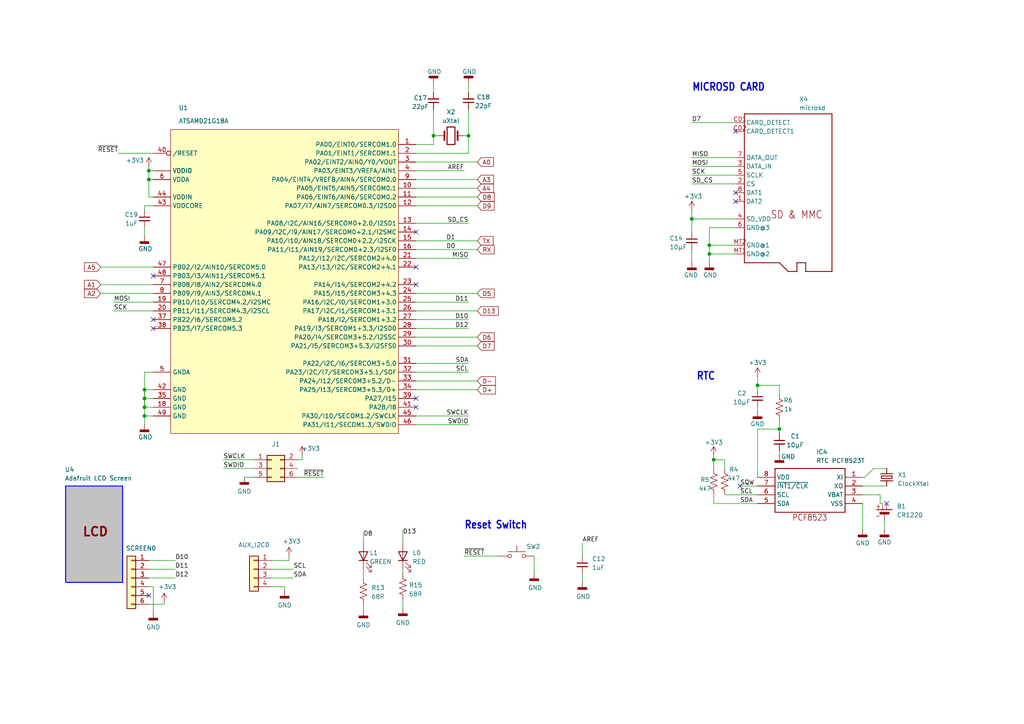
<source format=kicad_sch>
(kicad_sch (version 20250114) (generator "eeschema") (generator_version "9.0")
  (paper "A4")
  (lib_symbols
    (symbol "Connector_Generic:Conn_01x04" (pin_names (offset 1.016) (hide yes))
      (property "Reference" "J" (at 0 5.08 0))
      (property "Value" "Conn_01x04" (at 0 -7.62 0))
      (symbol "Conn_01x04_1_1"
        (rectangle (start -1.27 3.81) (end 1.27 -6.35) (stroke (width 0.254)) (fill (type background)))
        (rectangle (start -1.27 2.667) (end 0 2.413) (stroke (width 0.1524)))
        (rectangle (start -1.27 0.127) (end 0 -0.127) (stroke (width 0.1524)))
        (rectangle (start -1.27 -2.413) (end 0 -2.667) (stroke (width 0.1524)))
        (rectangle (start -1.27 -4.953) (end 0 -5.207) (stroke (width 0.1524)))
        (pin passive line (at -5.08 2.54 0) (length 3.81) (name "Pin_1") (number "1"))
        (pin passive line (at -5.08 0 0) (length 3.81) (name "Pin_2") (number "2"))
        (pin passive line (at -5.08 -2.54 0) (length 3.81) (name "Pin_3") (number "3"))
        (pin passive line (at -5.08 -5.08 0) (length 3.81) (name "Pin_4") (number "4"))
      )
    )
    (symbol "Connector_Generic:Conn_01x06" (pin_names (offset 1.016) (hide yes))
      (property "Reference" "J" (at 0 7.62 0))
      (property "Value" "Conn_01x06" (at 0 -10.16 0))
      (symbol "Conn_01x06_1_1"
        (rectangle (start -1.27 6.35) (end 1.27 -8.89) (stroke (width 0.254)) (fill (type background)))
        (rectangle (start -1.27 5.207) (end 0 4.953) (stroke (width 0.1524)))
        (rectangle (start -1.27 2.667) (end 0 2.413) (stroke (width 0.1524)))
        (rectangle (start -1.27 0.127) (end 0 -0.127) (stroke (width 0.1524)))
        (rectangle (start -1.27 -2.413) (end 0 -2.667) (stroke (width 0.1524)))
        (rectangle (start -1.27 -4.953) (end 0 -5.207) (stroke (width 0.1524)))
        (rectangle (start -1.27 -7.493) (end 0 -7.747) (stroke (width 0.1524)))
        (pin passive line (at -5.08 5.08 0) (length 3.81) (name "Pin_1") (number "1"))
        (pin passive line (at -5.08 2.54 0) (length 3.81) (name "Pin_2") (number "2"))
        (pin passive line (at -5.08 0 0) (length 3.81) (name "Pin_3") (number "3"))
        (pin passive line (at -5.08 -2.54 0) (length 3.81) (name "Pin_4") (number "4"))
        (pin passive line (at -5.08 -5.08 0) (length 3.81) (name "Pin_5") (number "5"))
        (pin passive line (at -5.08 -7.62 0) (length 3.81) (name "Pin_6") (number "6"))
      )
    )
    (symbol "Connector_Generic:Conn_02x03_Odd_Even" (pin_names (offset 1.016) (hide yes))
      (property "Reference" "J" (at 1.27 5.08 0))
      (property "Value" "Conn_02x03_Odd_Even" (at 1.27 -5.08 0))
      (symbol "Conn_02x03_Odd_Even_1_1"
        (rectangle (start -1.27 3.81) (end 3.81 -3.81) (stroke (width 0.254)) (fill (type background)))
        (rectangle (start -1.27 2.667) (end 0 2.413) (stroke (width 0.1524)))
        (rectangle (start -1.27 0.127) (end 0 -0.127) (stroke (width 0.1524)))
        (rectangle (start -1.27 -2.413) (end 0 -2.667) (stroke (width 0.1524)))
        (rectangle (start 3.81 2.667) (end 2.54 2.413) (stroke (width 0.1524)))
        (rectangle (start 3.81 0.127) (end 2.54 -0.127) (stroke (width 0.1524)))
        (rectangle (start 3.81 -2.413) (end 2.54 -2.667) (stroke (width 0.1524)))
        (pin passive line (at -5.08 2.54 0) (length 3.81) (name "Pin_1") (number "1"))
        (pin passive line (at -5.08 0 0) (length 3.81) (name "Pin_3") (number "3"))
        (pin passive line (at -5.08 -2.54 0) (length 3.81) (name "Pin_5") (number "5"))
        (pin passive line (at 7.62 2.54 180) (length 3.81) (name "Pin_2") (number "2"))
        (pin passive line (at 7.62 0 180) (length 3.81) (name "Pin_4") (number "4"))
        (pin passive line (at 7.62 -2.54 180) (length 3.81) (name "Pin_6") (number "6"))
      )
    )
    (symbol "Device:C_Small" (pin_numbers (hide yes)) (pin_names (offset 0.254) (hide yes))
      (property "Reference" "C" (at 0.254 1.778 0))
      (property "Value" "C_Small" (at 0.254 -2.032 0))
      (symbol "C_Small_0_1"
        (polyline (pts (xy -1.524 0.508) (xy 1.524 0.508)) (stroke (width 0.3048)))
        (polyline (pts (xy -1.524 -0.508) (xy 1.524 -0.508)) (stroke (width 0.3302)))
      )
      (symbol "C_Small_1_1"
        (pin passive line (at 0 2.54 270) (length 2.032) (name "~") (number "1"))
        (pin passive line (at 0 -2.54 90) (length 2.032) (name "~") (number "2"))
      )
    )
    (symbol "Device:Crystal" (pin_numbers (hide yes)) (pin_names (offset 1.016) (hide yes))
      (property "Reference" "Y" (at 0 3.81 0))
      (property "Value" "Crystal" (at 0 -3.81 0))
      (symbol "Crystal_0_1"
        (polyline (pts (xy -2.54 0) (xy -1.905 0)))
        (polyline (pts (xy -1.905 -1.27) (xy -1.905 1.27)) (stroke (width 0.508)))
        (rectangle (start -1.143 2.54) (end 1.143 -2.54) (stroke (width 0.3048)))
        (polyline (pts (xy 1.905 -1.27) (xy 1.905 1.27)) (stroke (width 0.508)))
        (polyline (pts (xy 2.54 0) (xy 1.905 0)))
      )
      (symbol "Crystal_1_1"
        (pin passive line (at -3.81 0 0) (length 1.27) (name "1") (number "1"))
        (pin passive line (at 3.81 0 180) (length 1.27) (name "2") (number "2"))
      )
    )
    (symbol "Device:LED" (pin_numbers (hide yes)) (pin_names (offset 1.016) (hide yes))
      (property "Reference" "D" (at 0 2.54 0))
      (property "Value" "LED" (at 0 -2.54 0))
      (symbol "LED_0_1"
        (polyline (pts (xy -3.048 -0.762) (xy -4.572 -2.286) (xy -3.81 -2.286) (xy -4.572 -2.286) (xy -4.572 -1.524)))
        (polyline (pts (xy -1.778 -0.762) (xy -3.302 -2.286) (xy -2.54 -2.286) (xy -3.302 -2.286) (xy -3.302 -1.524)))
        (polyline (pts (xy -1.27 0) (xy 1.27 0)))
        (polyline (pts (xy -1.27 -1.27) (xy -1.27 1.27)) (stroke (width 0.254)))
        (polyline (pts (xy 1.27 -1.27) (xy 1.27 1.27) (xy -1.27 0) (xy 1.27 -1.27)) (stroke (width 0.254)))
      )
      (symbol "LED_1_1"
        (pin passive line (at -3.81 0 0) (length 2.54) (name "K") (number "1"))
        (pin passive line (at 3.81 0 180) (length 2.54) (name "A") (number "2"))
      )
    )
    (symbol "Device:R_US" (pin_numbers (hide yes)) (pin_names (offset 0))
      (property "Reference" "R" (at 2.54 0 90))
      (property "Value" "R_US" (at -2.54 0 90))
      (symbol "R_US_0_1"
        (polyline (pts (xy 0 2.286) (xy 0 2.54)))
        (polyline (pts (xy 0 2.286) (xy 1.016 1.905) (xy 0 1.524) (xy -1.016 1.143) (xy 0 0.762)))
        (polyline (pts (xy 0 0.762) (xy 1.016 0.381) (xy 0 0) (xy -1.016 -0.381) (xy 0 -0.762)))
        (polyline (pts (xy 0 -0.762) (xy 1.016 -1.143) (xy 0 -1.524) (xy -1.016 -1.905) (xy 0 -2.286)))
        (polyline (pts (xy 0 -2.286) (xy 0 -2.54)))
      )
      (symbol "R_US_1_1"
        (pin passive line (at 0 3.81 270) (length 1.27) (name "~") (number "1"))
        (pin passive line (at 0 -3.81 90) (length 1.27) (name "~") (number "2"))
      )
    )
    (symbol "FED3 SymbLib:ATSAMD21J_QFN"
      (symbol "ATSAMD21J_QFN_1_0"
        (pin bidirectional inverted (at -25.4 33.02 0) (length 5.08) (name "/RESET") (number "40"))
        (pin power_in line (at -25.4 27.94 0) (length 5.08) (name "VDDIO") (number "17"))
        (pin power_in line (at -25.4 27.94 0) (length 5.08) (name "VDDIO") (number "36"))
        (pin power_in line (at -25.4 25.4 0) (length 5.08) (name "VDDA") (number "6"))
        (pin power_in line (at -25.4 20.32 0) (length 5.08) (name "VDDIN") (number "44"))
        (pin power_in line (at -25.4 17.78 0) (length 5.08) (name "VDDCORE") (number "43"))
        (pin bidirectional line (at -25.4 0 0) (length 5.08) (name "PB02/I2/AIN10/SERCOM5.0") (number "47"))
        (pin bidirectional line (at -25.4 -2.54 0) (length 5.08) (name "PB03/I3/AIN11/SERCOM5.1") (number "48"))
        (pin bidirectional line (at -25.4 -5.08 0) (length 5.08) (name "PB08/I8/AIN2/SERCOM4.0") (number "7"))
        (pin bidirectional line (at -25.4 -7.62 0) (length 5.08) (name "PB09/I9/AIN3/SERCOM4.1") (number "8"))
        (pin bidirectional line (at -25.4 -10.16 0) (length 5.08) (name "PB10/I10/SERCOM4.2/I2SMC") (number "19"))
        (pin bidirectional line (at -25.4 -12.7 0) (length 5.08) (name "PB11/I11/SERCOM4.3/I2SCL") (number "20"))
        (pin bidirectional line (at -25.4 -15.24 0) (length 5.08) (name "PB22/I6/SERCOM5.2") (number "37"))
        (pin bidirectional line (at -25.4 -17.78 0) (length 5.08) (name "PB23/I7/SERCOM5.3") (number "38"))
        (pin power_in line (at -25.4 -30.48 0) (length 5.08) (name "GNDA") (number "5"))
        (pin power_in line (at -25.4 -35.56 0) (length 5.08) (name "GND") (number "42"))
        (pin power_in line (at -25.4 -38.1 0) (length 5.08) (name "GND") (number "35"))
        (pin power_in line (at -25.4 -40.64 0) (length 5.08) (name "GND") (number "18"))
        (pin power_in line (at -25.4 -43.18 0) (length 5.08) (name "GND") (number "49"))
        (pin bidirectional line (at 50.8 35.56 180) (length 5.08) (name "PA00/EINT0/SERCOM1.0") (number "1"))
        (pin bidirectional line (at 50.8 33.02 180) (length 5.08) (name "PA01/EINT1/SERCOM1.1") (number "2"))
        (pin bidirectional line (at 50.8 30.48 180) (length 5.08) (name "PA02/EINT2/AIN0/Y0/VOUT") (number "3"))
        (pin bidirectional line (at 50.8 27.94 180) (length 5.08) (name "PA03/EINT3/VREFA/AIN1") (number "4"))
        (pin bidirectional line (at 50.8 25.4 180) (length 5.08) (name "PA04/EINT4/VREFB/AIN4/SERCOM0.0") (number "9"))
        (pin bidirectional line (at 50.8 22.86 180) (length 5.08) (name "PA05/EINT5/AIN5/SERCOM0.1") (number "10"))
        (pin bidirectional line (at 50.8 20.32 180) (length 5.08) (name "PA06/EINT6/AIN6/SERCOM0.2") (number "11"))
        (pin bidirectional line (at 50.8 17.78 180) (length 5.08) (name "PA07/I7/AIN7/SERCOM0.3/I2SD0") (number "12"))
        (pin bidirectional line (at 50.8 12.7 180) (length 5.08) (name "PA08/I2C/AIN16/SERCOM0+2.0/I2SD1") (number "13"))
        (pin bidirectional line (at 50.8 10.16 180) (length 5.08) (name "PA09/I2C/I9/AIN17/SERCOM0+2.1/I2SMC") (number "14"))
        (pin bidirectional line (at 50.8 7.62 180) (length 5.08) (name "PA10/I10/AIN18/SERCOM0+2.2/I2SCK") (number "15"))
        (pin bidirectional line (at 50.8 5.08 180) (length 5.08) (name "PA11/I11/AIN19/SERCOM0+2.3/I2SF0") (number "16"))
        (pin bidirectional line (at 50.8 2.54 180) (length 5.08) (name "PA12/I12/I2C/SERCOM2+4.0") (number "21"))
        (pin bidirectional line (at 50.8 0 180) (length 5.08) (name "PA13/I13/I2C/SERCOM2+4.1") (number "22"))
        (pin bidirectional line (at 50.8 -5.08 180) (length 5.08) (name "PA14/I14/SERCOM2+4.2") (number "23"))
        (pin bidirectional line (at 50.8 -7.62 180) (length 5.08) (name "PA15/I15/SERCOM3+4.3") (number "24"))
        (pin bidirectional line (at 50.8 -10.16 180) (length 5.08) (name "PA16/I2C/I0/SERCOM1+3.0") (number "25"))
        (pin bidirectional line (at 50.8 -12.7 180) (length 5.08) (name "PA17/I2C/I1/SERCOM1+3.1") (number "26"))
        (pin bidirectional line (at 50.8 -15.24 180) (length 5.08) (name "PA18/I2/SERCOM1+3.2") (number "27"))
        (pin bidirectional line (at 50.8 -17.78 180) (length 5.08) (name "PA19/I3/SERCOM1+3.3/I2SD0") (number "28"))
        (pin bidirectional line (at 50.8 -20.32 180) (length 5.08) (name "PA20/I4/SERCOM3+5.2/I2SSC") (number "29"))
        (pin bidirectional line (at 50.8 -22.86 180) (length 5.08) (name "PA21/I5/SERCOM3+5.3/I2SFS0") (number "30"))
        (pin bidirectional line (at 50.8 -27.94 180) (length 5.08) (name "PA22/I2C/I6/SERCOM3+5.0") (number "31"))
        (pin bidirectional line (at 50.8 -30.48 180) (length 5.08) (name "PA23/I2C/I7/SERCOM3+5.1/SOF") (number "32"))
        (pin bidirectional line (at 50.8 -33.02 180) (length 5.08) (name "PA24/I12/SERCOM3+5.2/D-") (number "33"))
        (pin bidirectional line (at 50.8 -35.56 180) (length 5.08) (name "PA25/I13/SERCOM3+5.3/D+") (number "34"))
        (pin bidirectional line (at 50.8 -38.1 180) (length 5.08) (name "PA27/I15") (number "39"))
        (pin bidirectional line (at 50.8 -40.64 180) (length 5.08) (name "PA28/I8") (number "41"))
        (pin bidirectional line (at 50.8 -43.18 180) (length 5.08) (name "PA30/I10/SECOM1.2/SWCLK") (number "45"))
        (pin bidirectional line (at 50.8 -45.72 180) (length 5.08) (name "PA31/I11/SECOM1.3/SWDIO") (number "46"))
      )
      (symbol "ATSAMD21J_QFN_1_1"
        (rectangle (start -20.32 39.878) (end 45.72 -48.26) (fill (type background)))
      )
    )
    (symbol "FED3 SymbLib:BATTERYCR1220_SMT"
      (property "Reference" "B" (at -2.54 3.175 0))
      (symbol "BATTERYCR1220_SMT_1_0"
        (polyline (pts (xy -0.508 1.27) (xy -0.254 1.27)) (stroke (width 0.254)))
        (polyline (pts (xy -0.508 -1.27) (xy -0.508 1.27)) (stroke (width 0.254)))
        (polyline (pts (xy -0.254 1.27) (xy -0.254 -1.27)) (stroke (width 0.254)))
        (polyline (pts (xy -0.254 1.27) (xy 0 1.27)) (stroke (width 0.254)))
        (polyline (pts (xy -0.254 -1.27) (xy -0.508 -1.27)) (stroke (width 0.254)))
        (polyline (pts (xy 0 1.27) (xy 0 -1.27)) (stroke (width 0.254)))
        (polyline (pts (xy 0 -1.27) (xy -0.254 -1.27)) (stroke (width 0.254)))
        (polyline (pts (xy 0.762 2.286) (xy 0.762 -2.286)) (stroke (width 0.254)))
        (text "-" (at -1.778 -1.143 900) (effects (font (size 1.27 1.0795)) (justify right top)))
        (text "+" (at 1.016 -1.016 900) (effects (font (size 1.27 1.0795)) (justify right top)))
        (pin passive line (at -2.54 0 0) (length 2.54) (name "-") (number "3"))
        (pin passive line (at 2.54 0.6096 180) (length 1.8288) (name "+") (number "1"))
        (pin passive line (at 2.54 -0.5334 180) (length 1.8288) (name "+") (number "2"))
      )
    )
    (symbol "FED3 SymbLib:CRYSTAL8.0X3.8"
      (property "Reference" "Y" (at -2.54 2.54 0))
      (symbol "CRYSTAL8.0X3.8_1_0"
        (polyline (pts (xy -2.54 0) (xy -1.016 0)) (stroke (width 0.254)))
        (polyline (pts (xy -1.016 1.778) (xy -1.016 0)) (stroke (width 0.254)))
        (polyline (pts (xy -1.016 0) (xy -1.016 -1.778)) (stroke (width 0.254)))
        (polyline (pts (xy -0.381 1.524) (xy -0.381 -1.524)) (stroke (width 0.254)))
        (polyline (pts (xy -0.381 -1.524) (xy 0.381 -1.524)) (stroke (width 0.254)))
        (polyline (pts (xy 0.381 1.524) (xy -0.381 1.524)) (stroke (width 0.254)))
        (polyline (pts (xy 0.381 -1.524) (xy 0.381 1.524)) (stroke (width 0.254)))
        (polyline (pts (xy 1.016 1.778) (xy 1.016 0)) (stroke (width 0.254)))
        (polyline (pts (xy 1.016 0) (xy 1.016 -1.778)) (stroke (width 0.254)))
        (polyline (pts (xy 2.54 0) (xy 1.016 0)) (stroke (width 0.254)))
        (pin passive line (at -3.81 -2.54 0) (length 2.54) (hide yes) (name "2") (number "2"))
        (pin passive line (at -2.54 0 0) (length 0) (name "1") (number "1"))
        (pin passive line (at 2.54 0 180) (length 0) (name "4") (number "4"))
        (pin passive line (at 2.54 -2.54 180) (length 2.54) (hide yes) (name "3") (number "3"))
      )
    )
    (symbol "FED3 SymbLib:LCD_SCREEN" (pin_numbers (hide yes))
      (property "Reference" "U" (at -8.128 15.24 0))
      (property "Value" "Adafruit LCD Screen" (at 1.016 -15.24 0))
      (symbol "LCD_SCREEN_1_1"
        (rectangle (start -8.89 13.97) (end 7.62 -13.97) (stroke (width 0.3048) (color 0 0 255 1)) (fill (type color) (color 194 194 194 1)))
        (text "LCD" (at -0.254 0.762 0) (effects (font (size 2.54 2.54) (thickness 0.508) (bold yes))))
      )
    )
    (symbol "FED3 SymbLib:MICROSD"
      (property "Reference" "X" (at -12.7 22.606 0))
      (symbol "MICROSD_1_0"
        (polyline (pts (xy -12.7 20.32) (xy -12.7 -22.86)) (stroke (width 0.254)))
        (polyline (pts (xy -12.7 -22.86) (xy -2.54 -22.86)) (stroke (width 0.254)))
        (polyline (pts (xy -2.54 -22.86) (xy 0 -25.4)) (stroke (width 0.254)))
        (polyline (pts (xy 0 -25.4) (xy 2.54 -25.4)) (stroke (width 0.254)))
        (polyline (pts (xy 2.54 -22.86) (xy 5.08 -22.86)) (stroke (width 0.254)))
        (polyline (pts (xy 2.54 -25.4) (xy 2.54 -22.86)) (stroke (width 0.254)))
        (polyline (pts (xy 5.08 -22.86) (xy 5.08 -25.4)) (stroke (width 0.254)))
        (polyline (pts (xy 5.08 -25.4) (xy 12.7 -25.4)) (stroke (width 0.254)))
        (polyline (pts (xy 12.7 20.32) (xy -12.7 20.32)) (stroke (width 0.254)))
        (polyline (pts (xy 12.7 -25.4) (xy 12.7 20.32)) (stroke (width 0.254)))
        (text "SD & MMC" (at -5.08 -10.16 0) (effects (font (size 2.1844 1.8567)) (justify left bottom)))
        (pin passive line (at -15.24 17.78 0) (length 2.54) (name "CARD_DETECT") (number "CD1"))
        (pin passive line (at -15.24 15.24 0) (length 2.54) (name "CARD_DETECT1") (number "CD2"))
        (pin output line (at -15.24 7.62 0) (length 2.54) (name "DATA_OUT") (number "7"))
        (pin input line (at -15.24 5.08 0) (length 2.54) (name "DATA_IN") (number "3"))
        (pin input line (at -15.24 2.54 0) (length 2.54) (name "SCLK") (number "5"))
        (pin input line (at -15.24 0 0) (length 2.54) (name "CS") (number "2"))
        (pin bidirectional line (at -15.24 -2.54 0) (length 2.54) (name "DAT1") (number "8"))
        (pin bidirectional line (at -15.24 -5.08 0) (length 2.54) (name "DAT2") (number "1"))
        (pin power_in line (at -15.24 -10.16 0) (length 2.54) (name "SD_VDD") (number "4"))
        (pin power_in line (at -15.24 -12.7 0) (length 2.54) (name "GND@3") (number "6"))
        (pin power_in line (at -15.24 -17.78 0) (length 2.54) (name "GND@1") (number "MT2"))
        (pin power_in line (at -15.24 -20.32 0) (length 2.54) (name "GND@2") (number "MT1"))
      )
    )
    (symbol "FED3 SymbLib:RTC_PCF8523/TK"
      (property "Reference" "IC" (at 10.16 7.62 0))
      (symbol "RTC_PCF8523/TK_1_0"
        (polyline (pts (xy -10.16 5.08) (xy 10.16 5.08)) (stroke (width 0.254)))
        (polyline (pts (xy -10.16 -7.62) (xy -10.16 5.08)) (stroke (width 0.254)))
        (polyline (pts (xy 10.16 5.08) (xy 10.16 -7.62)) (stroke (width 0.254)))
        (polyline (pts (xy 10.16 -7.62) (xy -10.16 -7.62)) (stroke (width 0.254)))
        (text "PCF8523" (at -5.08 -10.16 0) (effects (font (size 1.778 1.5113)) (justify left bottom)))
        (pin input line (at -15.24 2.54 0) (length 5.08) (name "XI") (number "1"))
        (pin output line (at -15.24 0 0) (length 5.08) (name "XO") (number "2"))
        (pin power_in line (at -15.24 -2.54 0) (length 5.08) (name "VBAT") (number "3"))
        (pin power_in line (at -15.24 -5.08 0) (length 5.08) (name "VSS") (number "4"))
        (pin power_in line (at 15.24 2.54 180) (length 5.08) (name "VDD") (number "8"))
        (pin output line (at 15.24 0 180) (length 5.08) (name "~{INT1/CLK}") (number "7"))
        (pin bidirectional line (at 15.24 -2.54 180) (length 5.08) (name "SCL") (number "6"))
        (pin bidirectional line (at 15.24 -5.08 180) (length 5.08) (name "SDA") (number "5"))
      )
    )
    (symbol "Switch:SW_Push" (pin_numbers (hide yes)) (pin_names (offset 1.016) (hide yes))
      (property "Reference" "SW" (at 1.27 2.54 0))
      (property "Value" "SW_Push" (at 0 -1.524 0))
      (symbol "SW_Push_0_1"
        (circle (center -2.032 0) (radius 0.508))
        (polyline (pts (xy 0 1.27) (xy 0 3.048)))
        (circle (center 2.032 0) (radius 0.508))
        (polyline (pts (xy 2.54 1.27) (xy -2.54 1.27)))
        (pin passive line (at -5.08 0 0) (length 2.54) (name "1") (number "1"))
        (pin passive line (at 5.08 0 180) (length 2.54) (name "2") (number "2"))
      )
    )
    (symbol "power:+3V3" (power) (pin_numbers (hide yes)) (pin_names (offset 0) (hide yes))
      (property "Value" "+3V3" (at 0 3.556 0))
      (symbol "+3V3_0_1"
        (polyline (pts (xy -0.762 1.27) (xy 0 2.54)))
        (polyline (pts (xy 0 2.54) (xy 0.762 1.27)))
        (polyline (pts (xy 0 0) (xy 0 2.54)))
      )
      (symbol "+3V3_1_1"
        (pin power_in line (at 0 0 90) (length 0) (name "~") (number "1"))
      )
    )
    (symbol "power:GNDD" (power) (pin_numbers (hide yes)) (pin_names (offset 0) (hide yes))
      (property "Value" "GNDD" (at 0 -3.175 0))
      (symbol "GNDD_0_1"
        (rectangle (start -1.27 -1.524) (end 1.27 -2.032) (stroke (width 0.254)) (fill (type outline)))
        (polyline (pts (xy 0 0) (xy 0 -1.524)))
      )
      (symbol "GNDD_1_1"
        (pin power_in line (at 0 0 270) (length 0) (name "~") (number "1"))
      )
    )
  )
  (text "MICROSD CARD" (at 200.66 26.67 0) (effects (font (size 2.1844 1.8567) (thickness 0.3713) (bold yes)) (justify left bottom)))
  (text "Reset Switch" (at 134.62 153.67 0) (effects (font (size 2.1844 1.8567) (thickness 0.3713) (bold yes)) (justify left bottom)))
  (text "RTC" (at 201.93 110.49 0) (effects (font (size 2.1844 1.8567) (thickness 0.3713) (bold yes)) (justify left bottom)))
  (junction (at 205.74 73.66))
  (junction (at 135.89 39.37))
  (junction (at 200.66 63.5))
  (junction (at 219.71 111.76))
  (junction (at 41.91 118.11))
  (junction (at 43.18 49.53))
  (junction (at 43.18 52.07))
  (junction (at 226.06 124.46))
  (junction (at 207.01 133.35))
  (junction (at 41.91 113.03))
  (junction (at 41.91 120.65))
  (junction (at 125.73 39.37))
  (junction (at 205.74 71.12))
  (junction (at 41.91 115.57))
  (no_connect (at 120.65 118.11))
  (no_connect (at 120.65 115.57))
  (no_connect (at 213.36 55.88))
  (no_connect (at 43.18 172.72))
  (no_connect (at 44.45 95.25))
  (no_connect (at 257.1496 146.05))
  (no_connect (at 120.65 77.47))
  (no_connect (at 213.36 38.1))
  (no_connect (at 44.45 92.71))
  (no_connect (at 214.63 140.97))
  (no_connect (at 120.65 82.55))
  (no_connect (at 213.36 58.42))
  (no_connect (at 44.45 80.01))
  (no_connect (at 120.65 67.31))
  (wire (pts (xy 207.01 132.08) (xy 207.01 133.35)) (stroke (width 0.1524)))
  (wire (pts (xy 255.27 143.51) (xy 255.27 146.05)) (stroke (width 0.1524)))
  (wire (pts (xy 256.54 151.13) (xy 256.54 153.67)) (stroke (width 0.1524)))
  (wire (pts (xy 120.65 110.49) (xy 138.43 110.49)) (stroke (width 0.1524)))
  (wire (pts (xy 200.66 60.96) (xy 200.66 63.5)) (stroke (width 0.1524)))
  (wire (pts (xy 120.65 107.95) (xy 135.89 107.95)) (stroke (width 0.1524)))
  (wire (pts (xy 105.41 175.26) (xy 105.41 177.165)) (stroke (width 0.1524)))
  (wire (pts (xy 226.06 124.46) (xy 226.06 125.73)))
  (wire (pts (xy 41.91 66.04) (xy 41.91 68.58)))
  (wire (pts (xy 41.91 115.57) (xy 41.91 118.11)) (stroke (width 0.1524)))
  (wire (pts (xy 207.01 133.35) (xy 210.185 133.35)) (stroke (width 0.1524)))
  (wire (pts (xy 138.43 113.03) (xy 120.65 113.03)) (stroke (width 0.1524)))
  (wire (pts (xy 120.65 57.15) (xy 138.43 57.15)) (stroke (width 0.1524)))
  (wire (pts (xy 134.62 161.29) (xy 144.78 161.29)) (stroke (width 0.1524)))
  (wire (pts (xy 41.91 113.03) (xy 41.91 115.57)) (stroke (width 0.1524)))
  (wire (pts (xy 120.65 41.91) (xy 125.73 41.91)) (stroke (width 0.1524)))
  (wire (pts (xy 120.65 100.33) (xy 138.43 100.33)) (stroke (width 0.1524)))
  (wire (pts (xy 41.91 60.96) (xy 41.91 59.69)) (stroke (width 0.1524)))
  (wire (pts (xy 219.71 118.11) (xy 219.71 119.38)))
  (wire (pts (xy 78.74 167.64) (xy 85.09 167.64)) (stroke (width 0.1524)))
  (wire (pts (xy 207.01 143.51) (xy 207.01 146.05)) (stroke (width 0.1524)))
  (wire (pts (xy 200.66 48.26) (xy 213.36 48.26)) (stroke (width 0.1524)))
  (wire (pts (xy 219.71 111.76) (xy 219.71 113.03)))
  (wire (pts (xy 93.98 138.43) (xy 86.36 138.43)))
  (wire (pts (xy 41.91 118.11) (xy 41.91 120.65)))
  (wire (pts (xy 105.41 154.305) (xy 105.41 157.48)) (stroke (width 0.1524)))
  (wire (pts (xy 41.91 118.11) (xy 44.45 118.11)) (stroke (width 0.1524)))
  (wire (pts (xy 200.66 76.2) (xy 200.66 72.39)) (stroke (width 0.1524)))
  (wire (pts (xy 43.18 48.26) (xy 43.18 49.53)))
  (wire (pts (xy 210.185 133.35) (xy 210.185 135.89)) (stroke (width 0.1524)))
  (wire (pts (xy 116.84 153.67) (xy 116.84 157.48)) (stroke (width 0.1524)))
  (wire (pts (xy 120.65 52.07) (xy 138.43 52.07)) (stroke (width 0.1524)))
  (wire (pts (xy 43.18 165.1) (xy 50.8 165.1)) (stroke (width 0.1524)))
  (wire (pts (xy 200.66 63.5) (xy 213.36 63.5)) (stroke (width 0.1524)))
  (wire (pts (xy 200.66 45.72) (xy 213.36 45.72)) (stroke (width 0.1524)))
  (wire (pts (xy 210.185 143.51) (xy 219.71 143.51)) (stroke (width 0.1524)))
  (wire (pts (xy 120.65 90.17) (xy 138.43 90.17)) (stroke (width 0.1524)))
  (wire (pts (xy 219.71 138.43) (xy 219.71 124.46)) (stroke (width 0.1524)))
  (wire (pts (xy 125.73 24.13) (xy 125.73 26.67)))
  (wire (pts (xy 120.65 69.85) (xy 138.43 69.85)) (stroke (width 0.1524)))
  (wire (pts (xy 135.89 24.13) (xy 135.89 26.67)))
  (wire (pts (xy 41.91 115.57) (xy 44.45 115.57)))
  (wire (pts (xy 120.65 87.63) (xy 135.89 87.63)) (stroke (width 0.1524)))
  (wire (pts (xy 213.36 73.66) (xy 205.74 73.66)) (stroke (width 0.1524)))
  (wire (pts (xy 44.45 52.07) (xy 43.18 52.07)) (stroke (width 0.1524)))
  (wire (pts (xy 73.66 135.89) (xy 64.77 135.89)))
  (wire (pts (xy 44.45 77.47) (xy 29.21 77.47)) (stroke (width 0.1524)))
  (wire (pts (xy 43.18 52.07) (xy 43.18 49.53)) (stroke (width 0.1524)))
  (wire (pts (xy 255.27 143.51) (xy 250.19 143.51)) (stroke (width 0.1524)))
  (wire (pts (xy 43.18 162.56) (xy 50.8 162.56)) (stroke (width 0.1524)))
  (wire (pts (xy 44.45 170.18) (xy 44.45 177.8)))
  (wire (pts (xy 41.91 120.65) (xy 44.45 120.65)))
  (wire (pts (xy 33.02 90.17) (xy 44.45 90.17)) (stroke (width 0.1524)))
  (wire (pts (xy 78.74 165.1) (xy 85.09 165.1)) (stroke (width 0.1524)))
  (wire (pts (xy 44.45 87.63) (xy 33.02 87.63)) (stroke (width 0.1524)))
  (wire (pts (xy 226.06 121.92) (xy 226.06 123.19)))
  (wire (pts (xy 41.91 59.69) (xy 44.45 59.69)) (stroke (width 0.1524)))
  (wire (pts (xy 138.43 85.09) (xy 120.65 85.09)) (stroke (width 0.1524)))
  (wire (pts (xy 207.01 133.35) (xy 207.01 135.89)) (stroke (width 0.1524)))
  (wire (pts (xy 226.06 124.46) (xy 226.06 123.19)) (stroke (width 0.1524)))
  (wire (pts (xy 207.01 146.05) (xy 219.71 146.05)) (stroke (width 0.1524)))
  (wire (pts (xy 125.73 39.37) (xy 125.73 41.91)) (stroke (width 0.1524)))
  (wire (pts (xy 205.74 71.12) (xy 205.74 73.66)) (stroke (width 0.1524)))
  (wire (pts (xy 219.71 140.97) (xy 214.63 140.97)) (stroke (width 0.1524)))
  (wire (pts (xy 87.63 132.08) (xy 87.63 133.35)))
  (wire (pts (xy 257.175 140.97) (xy 250.19 140.97)) (stroke (width 0.1524)))
  (wire (pts (xy 41.91 123.19) (xy 41.91 120.65)))
  (wire (pts (xy 47.625 175.26) (xy 47.625 174.625)) (stroke (width 0.1524)))
  (wire (pts (xy 105.41 165.1) (xy 105.41 167.64)) (stroke (width 0.1524)))
  (wire (pts (xy 219.71 124.46) (xy 226.06 124.46)) (stroke (width 0.1524)))
  (wire (pts (xy 120.65 105.41) (xy 135.89 105.41)) (stroke (width 0.1524)))
  (wire (pts (xy 200.66 50.8) (xy 213.36 50.8)) (stroke (width 0.1524)))
  (wire (pts (xy 213.36 71.12) (xy 205.74 71.12)) (stroke (width 0.1524)))
  (wire (pts (xy 87.63 133.35) (xy 86.36 133.35)))
  (wire (pts (xy 47.625 175.26) (xy 43.18 175.26)) (stroke (width 0.1524)))
  (wire (pts (xy 205.74 73.66) (xy 205.74 76.2)) (stroke (width 0.1524)))
  (wire (pts (xy 120.65 120.65) (xy 135.89 120.65)) (stroke (width 0.1524)))
  (wire (pts (xy 44.45 82.55) (xy 29.21 82.55)) (stroke (width 0.1524)))
  (wire (pts (xy 135.89 64.77) (xy 120.65 64.77)) (stroke (width 0.1524)))
  (wire (pts (xy 200.66 53.34) (xy 213.36 53.34)) (stroke (width 0.1524)))
  (wire (pts (xy 116.84 173.99) (xy 116.84 176.53)) (stroke (width 0.1524)))
  (wire (pts (xy 226.06 111.76) (xy 226.06 114.3)) (stroke (width 0.1524)))
  (wire (pts (xy 120.65 46.99) (xy 138.43 46.99)) (stroke (width 0.1524)))
  (wire (pts (xy 135.89 39.37) (xy 135.89 44.45)) (stroke (width 0.1524)))
  (wire (pts (xy 120.65 95.25) (xy 135.89 95.25)) (stroke (width 0.1524)))
  (wire (pts (xy 78.74 170.18) (xy 82.55 170.18)) (stroke (width 0.1524)))
  (wire (pts (xy 73.66 133.35) (xy 64.77 133.35)))
  (wire (pts (xy 70.866 138.43) (xy 73.66 138.43)))
  (wire (pts (xy 213.36 66.04) (xy 205.74 66.04)) (stroke (width 0.1524)))
  (wire (pts (xy 43.18 57.15) (xy 43.18 52.07)) (stroke (width 0.1524)))
  (wire (pts (xy 125.73 31.75) (xy 125.73 34.29)))
  (wire (pts (xy 44.45 49.53) (xy 43.18 49.53)) (stroke (width 0.1524)))
  (wire (pts (xy 120.65 44.45) (xy 135.89 44.45)) (stroke (width 0.1524)))
  (wire (pts (xy 41.91 113.03) (xy 41.91 115.57)))
  (wire (pts (xy 168.91 157.48) (xy 168.91 161.29)))
  (wire (pts (xy 135.89 34.29) (xy 135.89 39.37)) (stroke (width 0.1524)))
  (wire (pts (xy 120.65 97.79) (xy 138.43 97.79)) (stroke (width 0.1524)))
  (wire (pts (xy 41.91 113.03) (xy 44.45 113.03)) (stroke (width 0.1524)))
  (wire (pts (xy 83.82 161.29) (xy 83.82 162.56)))
  (wire (pts (xy 250.19 153.67) (xy 250.19 146.05)) (stroke (width 0.1524)))
  (wire (pts (xy 125.73 39.37) (xy 127 39.37)))
  (wire (pts (xy 226.06 111.76) (xy 219.71 111.76)) (stroke (width 0.1524)))
  (wire (pts (xy 205.74 66.04) (xy 205.74 71.12)) (stroke (width 0.1524)))
  (wire (pts (xy 200.66 63.5) (xy 200.66 64.77)) (stroke (width 0.1524)))
  (wire (pts (xy 83.82 162.56) (xy 78.74 162.56)))
  (wire (pts (xy 34.29 44.45) (xy 44.45 44.45)) (stroke (width 0.1524)))
  (wire (pts (xy 41.91 107.95) (xy 44.45 107.95)))
  (wire (pts (xy 120.65 59.69) (xy 138.43 59.69)) (stroke (width 0.1524)))
  (wire (pts (xy 255.27 146.05) (xy 256.0066 146.05)) (stroke (width 0.1524)))
  (wire (pts (xy 200.66 35.56) (xy 213.36 35.56)) (stroke (width 0.1524)))
  (wire (pts (xy 29.21 85.09) (xy 44.45 85.09)) (stroke (width 0.1524)))
  (wire (pts (xy 43.18 167.64) (xy 50.8 167.64)) (stroke (width 0.1524)))
  (wire (pts (xy 226.06 130.81) (xy 226.06 132.08)))
  (wire (pts (xy 219.71 109.22) (xy 219.71 111.76)) (stroke (width 0.1524)))
  (wire (pts (xy 135.89 31.75) (xy 135.89 34.29)))
  (wire (pts (xy 135.89 123.19) (xy 120.65 123.19)) (stroke (width 0.1524)))
  (wire (pts (xy 120.65 92.71) (xy 135.89 92.71)) (stroke (width 0.1524)))
  (wire (pts (xy 154.94 161.29) (xy 154.94 166.37)) (stroke (width 0.1524)))
  (wire (pts (xy 82.55 170.18) (xy 82.55 171.45)) (stroke (width 0.1524)))
  (wire (pts (xy 120.65 72.39) (xy 138.43 72.39)) (stroke (width 0.1524)))
  (wire (pts (xy 168.91 166.37) (xy 168.91 168.91)) (stroke (width 0.1524)))
  (wire (pts (xy 43.18 170.18) (xy 44.45 170.18)) (stroke (width 0.1524)))
  (wire (pts (xy 41.91 107.95) (xy 41.91 113.03)))
  (wire (pts (xy 125.73 34.29) (xy 125.73 39.37)) (stroke (width 0.1524)))
  (wire (pts (xy 200.66 64.77) (xy 200.66 67.31)))
  (wire (pts (xy 44.45 57.15) (xy 43.18 57.15)) (stroke (width 0.1524)))
  (wire (pts (xy 138.43 54.61) (xy 120.65 54.61)) (stroke (width 0.1524)))
  (wire (pts (xy 116.84 165.1) (xy 116.84 166.37)) (stroke (width 0.1524)))
  (wire (pts (xy 253.365 135.89) (xy 250.825 138.43)) (stroke (width 0.1524)))
  (wire (pts (xy 120.65 74.93) (xy 135.89 74.93)) (stroke (width 0.1524)))
  (wire (pts (xy 41.91 115.57) (xy 41.91 118.11)))
  (wire (pts (xy 257.175 135.89) (xy 253.365 135.89)) (stroke (width 0.1524)))
  (wire (pts (xy 134.62 39.37) (xy 135.89 39.37)))
  (wire (pts (xy 250.825 138.43) (xy 250.19 138.43)) (stroke (width 0.1524)))
  (wire (pts (xy 120.65 49.53) (xy 134.62 49.53)) (stroke (width 0.1524)))
  (label "D10" (at 135.89 92.71 180))
  (label "SWCLK" (at 64.77 133.35 0))
  (label "MISO" (at 135.89 74.93 180))
  (label "SDA" (at 85.09 167.64 0))
  (label "SCL" (at 85.09 165.1 0))
  (label "SCL" (at 214.63 143.51 0))
  (label "D10" (at 50.8 162.56 0))
  (label "SWDIO" (at 64.77 135.89 0))
  (label "MISO" (at 200.66 45.72 0))
  (label "SWDIO" (at 135.89 123.19 180))
  (label "AREF" (at 134.62 49.53 180))
  (label "~{RESET}" (at 34.29 44.45 180))
  (label "SCL" (at 135.89 107.95 180))
  (label "MOSI" (at 200.66 48.26 0))
  (label "SCK" (at 200.66 50.8 0))
  (label "D1" (at 132.08 69.85 180))
  (label "SD_CS" (at 135.89 64.77 180))
  (label "~{RESET}" (at 93.98 138.43 180))
  (label "D12" (at 135.89 95.25 180))
  (label "SDA" (at 135.89 105.41 180))
  (label "~{RESET}" (at 134.62 161.29 0))
  (label "D0" (at 132.08 72.39 180))
  (label "MOSI" (at 33.02 87.63 0))
  (label "D11" (at 50.8 165.1 0))
  (label "D8" (at 105.41 154.305 0))
  (label "SDA" (at 214.63 146.05 0))
  (label "SCK" (at 33.02 90.17 0))
  (label "SD_CS" (at 200.66 53.34 0))
  (label "AREF" (at 168.91 157.48 0))
  (label "SWCLK" (at 135.89 120.65 180))
  (label "D12" (at 50.8 167.64 0))
  (label "D7" (at 200.66 35.56 0))
  (label "D11" (at 135.89 87.63 180))
  (label "D13" (at 116.84 153.67 0))
  (label "SQW" (at 214.63 140.97 0))
  (global_label "A5" (shape input) (at 29.21 77.47 180) (property "Intersheetrefs" "${INTERSHEET_REFS}" (effects (hide yes))))
  (global_label "RX" (shape input) (at 138.43 72.39 0) (property "Intersheetrefs" "${INTERSHEET_REFS}" (effects (hide yes))))
  (global_label "A0" (shape input) (at 138.43 46.99 0) (property "Intersheetrefs" "${INTERSHEET_REFS}" (effects (hide yes))))
  (global_label "D-" (shape input) (at 138.43 110.49 0) (property "Intersheetrefs" "${INTERSHEET_REFS}" (effects (hide yes))))
  (global_label "D9" (shape input) (at 138.43 59.69 0) (property "Intersheetrefs" "${INTERSHEET_REFS}" (effects (hide yes))))
  (global_label "A1" (shape input) (at 29.21 82.55 180) (property "Intersheetrefs" "${INTERSHEET_REFS}" (effects (hide yes))))
  (global_label "A2" (shape input) (at 29.21 85.09 180) (property "Intersheetrefs" "${INTERSHEET_REFS}" (effects (hide yes))))
  (global_label "D8" (shape input) (at 138.43 57.15 0) (property "Intersheetrefs" "${INTERSHEET_REFS}" (effects (hide yes))))
  (global_label "D13" (shape input) (at 138.43 90.17 0) (property "Intersheetrefs" "${INTERSHEET_REFS}" (effects (hide yes))))
  (global_label "TX" (shape input) (at 138.43 69.85 0) (property "Intersheetrefs" "${INTERSHEET_REFS}" (effects (hide yes))))
  (global_label "A4" (shape input) (at 138.43 54.61 0) (property "Intersheetrefs" "${INTERSHEET_REFS}" (effects (hide yes))))
  (global_label "D7" (shape input) (at 138.43 100.33 0) (property "Intersheetrefs" "${INTERSHEET_REFS}" (effects (hide yes))))
  (global_label "D6" (shape input) (at 138.43 97.79 0) (property "Intersheetrefs" "${INTERSHEET_REFS}" (effects (hide yes))))
  (global_label "A3" (shape input) (at 138.43 52.07 0) (property "Intersheetrefs" "${INTERSHEET_REFS}" (effects (hide yes))))
  (global_label "D5" (shape input) (at 138.43 85.09 0) (property "Intersheetrefs" "${INTERSHEET_REFS}" (effects (hide yes))))
  (global_label "D+" (shape input) (at 138.43 113.03 0) (property "Intersheetrefs" "${INTERSHEET_REFS}" (effects (hide yes))))
  (symbol (lib_id "Device:Crystal") (at 130.81 39.37 0) (mirror x) (unit 1)
    (property "Reference" "X2" (at 130.81 31.75 0) (effects (justify bottom)))
    (property "Value" "uXtal" (at 130.81 34.29 0) (effects (justify bottom)))
    (property "Footprint" "Crystal:Crystal_SMD_MicroCrystal_CC8V-T1A-2Pin_2.0x1.2mm" (effects (hide yes)))
    (property "Description" "Two pin crystal" (effects (hide yes)))
    (property "OEPSPN" "OEPS100051" (effects (hide yes)))
    (property "MPN" "9HT11-32.768KBZF-T" (effects (hide yes)))
  )
  (symbol (lib_id "Device:C_Small") (at 135.89 29.21 180) (unit 1)
    (property "Reference" "C18" (at 140.208 27.432 0) (effects (justify bottom)))
    (property "Value" "22pF" (at 140.208 29.972 0) (effects (justify bottom)))
    (property "Footprint" "Capacitor_SMD:C_0402_1005Metric" (effects (hide yes)))
    (property "OEPSPN" "OEPS010080" (effects (hide yes)))
    (property "MPN" "CL05C220JB51PNC" (effects (hide yes)))
  )
  (symbol (lib_id "power:GNDD") (at 205.74 76.2 0) (mirror y) (unit 1)
    (property "Reference" "#PWR040" (effects (hide yes)))
    (property "Value" "GND" (at 205.994 80.518 0) (effects (justify bottom)))
    (property "Description" "Power symbol creates a global label with name \"GNDD\" , digital ground" (effects (hide yes)))
  )
  (symbol (lib_id "Device:C_Small") (at 200.66 69.85 0) (unit 1)
    (property "Reference" "C14" (at 194.183 69.85 0) (effects (justify left bottom)))
    (property "Value" "10µF" (at 194.183 72.39 0) (effects (justify left bottom)))
    (property "Footprint" "Capacitor_SMD:C_0402_1005Metric" (effects (hide yes)))
    (property "Description" "Unpolarized capacitor, small symbol" (effects (hide yes)))
    (property "OEPSPN" "OEPS010038" (effects (hide yes)))
    (property "MPN" "CL05A106MP5NUNC" (effects (hide yes)))
  )
  (symbol (lib_id "Device:LED") (at 105.41 161.29 90) (unit 1)
    (property "Reference" "L1" (at 107.188 159.639 90) (effects (justify right bottom)))
    (property "Value" "GREEN" (at 107.188 162.179 90) (effects (justify right bottom)))
    (property "Footprint" "LED_SMD:LED_0603_1608Metric" (effects (hide yes)))
    (property "Description" "LED 0603 Green 570nm 20mA" (effects (hide yes)))
    (property "OEPSPN" "OEPS030005" (effects (hide yes)))
    (property "MPN" "150060VS75000" (effects (hide yes)))
  )
  (symbol (lib_id "power:GNDD") (at 256.54 153.67 0) (unit 1)
    (property "Reference" "#PWR058" (effects (hide yes)))
    (property "Value" "GND" (at 256.54 157.988 0) (effects (justify bottom)))
    (property "Description" "Power symbol creates a global label with name \"GNDD\" , digital ground" (effects (hide yes)))
  )
  (symbol (lib_id "power:+3V3") (at 200.66 60.96 0) (unit 1)
    (property "Reference" "#+3V03" (effects (hide yes)))
    (property "Value" "+3V3" (at 201.041 57.658 0) (effects (justify bottom)))
  )
  (symbol (lib_id "power:GNDD") (at 41.91 68.58 0) (unit 1)
    (property "Reference" "#PWR016" (effects (hide yes)))
    (property "Value" "GND" (at 42.164 72.898 0) (effects (justify bottom)))
    (property "Description" "Power symbol creates a global label with name \"GNDD\" , digital ground" (effects (hide yes)))
  )
  (symbol (lib_id "power:GNDD") (at 125.73 24.13 180) (unit 1)
    (property "Reference" "#PWR041" (effects (hide yes)))
    (property "Value" "GND" (at 125.984 20.066 0) (effects (justify bottom)))
    (property "Description" "Power symbol creates a global label with name \"GNDD\" , digital ground" (effects (hide yes)))
  )
  (symbol (lib_id "power:GNDD") (at 168.91 168.91 0) (mirror y) (unit 1)
    (property "Reference" "#PWR047" (effects (hide yes)))
    (property "Value" "GND" (at 169.164 173.736 0) (effects (justify bottom)))
    (property "Description" "Power symbol creates a global label with name \"GNDD\" , digital ground" (effects (hide yes)))
  )
  (symbol (lib_id "power:+3V3") (at 47.625 174.625 0) (unit 1)
    (property "Reference" "#+3V08" (effects (hide yes)))
    (property "Value" "+3V3" (at 48.514 170.942 0) (effects (justify bottom)))
  )
  (symbol (lib_id "FED3 SymbLib:CRYSTAL8.0X3.8") (at 257.175 138.43 90) (mirror x) (unit 1)
    (property "Reference" "X1" (at 260.35 138.43 90) (effects (justify right bottom)))
    (property "Value" "ClockXtal" (at 260.35 140.97 90) (effects (justify right bottom)))
    (property "Footprint" "FED3_PCBLib:CRYSTAL_8X3.8" (effects (hide yes)))
    (property "Description" "32.768 kHz ±10ppm Crystal 12.5pF 50 kOhms" (effects (hide yes)))
    (property "OEPSPN" "OEPS100060" (effects (hide yes)))
    (property "MPN" "ECS-.327-12.5-17X-C-TR " (effects (hide yes)))
  )
  (symbol (lib_id "Device:C_Small") (at 41.91 63.5 0) (unit 1)
    (property "Reference" "C19" (at 38.1 62.992 0) (effects (justify bottom)))
    (property "Value" "1uF" (at 38.1 65.532 0) (effects (justify bottom)))
    (property "Footprint" "Capacitor_SMD:C_0402_1005Metric" (effects (hide yes)))
    (property "OEPSPN" "OEPS010030" (effects (hide yes)))
    (property "MPN" "C1005X5R1E105K050BC" (effects (hide yes)))
  )
  (symbol (lib_id "Device:R_US") (at 116.84 170.18 0) (unit 1)
    (property "Reference" "R15" (at 118.618 170.434 0) (effects (justify left bottom)))
    (property "Value" "68R" (at 118.618 172.974 0) (effects (font (thickness 0.127)) (justify left bottom)))
    (property "Footprint" "Resistor_SMD:R_0402_1005Metric" (effects (hide yes)))
    (property "OEPSPN" "OEPS020032" (effects (hide yes)))
    (property "MPN" "RCS040268R0FKED" (effects (hide yes)))
  )
  (symbol (lib_id "Device:C_Small") (at 125.73 29.21 180) (unit 1)
    (property "Reference" "C17" (at 121.92 27.686 0) (effects (justify bottom)))
    (property "Value" "22pF" (at 121.92 30.226 0) (effects (justify bottom)))
    (property "Footprint" "Capacitor_SMD:C_0402_1005Metric" (effects (hide yes)))
    (property "OEPSPN" "OEPS010080" (effects (hide yes)))
    (property "MPN" "CL05C220JB51PNC" (effects (hide yes)))
  )
  (symbol (lib_id "power:+3V3") (at 43.18 48.26 0) (unit 1)
    (property "Reference" "#+3V01" (effects (hide yes)))
    (property "Value" "+3V3" (at 39.116 47.244 0) (effects (justify bottom)))
  )
  (symbol (lib_id "Connector_Generic:Conn_01x04") (at 73.66 165.1 0) (mirror y) (unit 1) (in_bom no)
    (property "Reference" "AUX_I2C0" (at 73.66 158.75 0) (effects (justify bottom)))
    (property "Value" "DNP" (effects (hide yes)))
    (property "Footprint" "FED3_PCBLib:1X04" (effects (hide yes)))
    (property "Description" "Generic connector, single row, 01x04, script generated (kicad-library-utils/schlib/autogen/connector/)" (effects (hide yes)))
    (property "OEPSPN" "n.a." (effects (hide yes)))
    (property "MPN" "n.a." (effects (hide yes)))
  )
  (symbol (lib_id "power:GNDD") (at 70.866 138.43 0) (unit 1)
    (property "Reference" "#PWR061" (effects (hide yes)))
    (property "Value" "GND" (at 70.866 143.256 0) (effects (justify bottom)))
    (property "Description" "Power symbol creates a global label with name \"GNDD\" , digital ground" (effects (hide yes)))
  )
  (symbol (lib_id "power:GNDD") (at 154.94 166.37 0) (unit 1)
    (property "Reference" "#PWR054" (effects (hide yes)))
    (property "Value" "GND" (at 155.194 171.196 0) (effects (justify bottom)))
    (property "Description" "Power symbol creates a global label with name \"GNDD\" , digital ground" (effects (hide yes)))
  )
  (symbol (lib_id "power:GNDD") (at 135.89 24.13 180) (unit 1)
    (property "Reference" "#PWR042" (effects (hide yes)))
    (property "Value" "GND" (at 136.144 20.066 0) (effects (justify bottom)))
    (property "Description" "Power symbol creates a global label with name \"GNDD\" , digital ground" (effects (hide yes)))
  )
  (symbol (lib_id "power:GNDD") (at 82.55 171.45 0) (unit 1)
    (property "Reference" "#PWR050" (effects (hide yes)))
    (property "Value" "GND" (at 82.55 176.276 0) (effects (justify bottom)))
    (property "Description" "Power symbol creates a global label with name \"GNDD\" , digital ground" (effects (hide yes)))
  )
  (symbol (lib_id "Device:R_US") (at 105.41 171.45 0) (unit 1)
    (property "Reference" "R13" (at 107.696 171.196 0) (effects (justify left bottom)))
    (property "Value" "68R" (at 107.696 173.736 0) (effects (font (thickness 0.127)) (justify left bottom)))
    (property "Footprint" "Resistor_SMD:R_0402_1005Metric" (effects (hide yes)))
    (property "OEPSPN" "OEPS020032" (effects (hide yes)))
    (property "MPN" "RCS040268R0FKED" (effects (hide yes)))
  )
  (symbol (lib_id "power:+3V3") (at 83.82 161.29 0) (unit 1)
    (property "Reference" "#+3V07" (effects (hide yes)))
    (property "Value" "+3V3" (at 84.582 157.734 0) (effects (justify bottom)))
  )
  (symbol (lib_id "Switch:SW_Push") (at 149.86 161.29 0) (unit 1)
    (property "Reference" "SW2" (at 154.686 159.258 0) (effects (justify bottom)))
    (property "Value" "SPST_TACT-KMR2" (effects (hide yes)))
    (property "Footprint" "Button_Switch_SMD:SW_SPST_TL3305B" (effects (hide yes)))
    (property "Description" "Push button switch, generic, two pins" (effects (hide yes)))
    (property "OEPSPN" "OEPS100061" (effects (hide yes)))
    (property "MPN" "TL3305BF260QG" (effects (hide yes)))
  )
  (symbol (lib_id "Device:C_Small") (at 226.06 128.27 0) (unit 1)
    (property "Reference" "C1" (at 230.632 127.254 0) (effects (justify bottom)))
    (property "Value" "10µF" (at 230.632 129.794 0) (effects (justify bottom)))
    (property "Footprint" "Capacitor_SMD:C_0402_1005Metric" (effects (hide yes)))
    (property "Description" "Unpolarized capacitor, small symbol" (effects (hide yes)))
    (property "OEPSPN" "OEPS010038" (effects (hide yes)))
    (property "MPN" "CL05A106MP5NUNC" (effects (hide yes)))
  )
  (symbol (lib_id "power:GNDD") (at 226.06 132.08 0) (unit 1)
    (property "Reference" "#PWR056" (effects (hide yes)))
    (property "Value" "GND" (at 228.6 133.1595 0) (effects (justify bottom)))
    (property "Description" "Power symbol creates a global label with name \"GNDD\" , digital ground" (effects (hide yes)))
  )
  (symbol (lib_id "Connector_Generic:Conn_01x06") (at 38.1 167.64 0) (mirror y) (unit 1)
    (property "Reference" "SCREEN0" (at 40.894 159.766 0) (effects (justify bottom)))
    (property "Value" "PINHD-1X6" (effects (hide yes)))
    (property "Footprint" "FED3_PCBLib:1X06" (effects (hide yes)))
    (property "Description" "CONN HEADER R/A 6POS 2.54MM" (effects (hide yes)))
    (property "OEPSPN" "OEPS070118" (effects (hide yes)))
    (property "MPN" "61300611021" (effects (hide yes)))
  )
  (symbol (lib_id "power:GNDD") (at 200.66 76.2 0) (unit 1)
    (property "Reference" "#PWR039" (effects (hide yes)))
    (property "Value" "GND" (at 200.406 80.518 0) (effects (justify bottom)))
    (property "Description" "Power symbol creates a global label with name \"GNDD\" , digital ground" (effects (hide yes)))
  )
  (symbol (lib_id "Device:R_US") (at 207.01 139.7 180) (unit 1)
    (property "Reference" "R5" (at 204.47 138.4299 0) (effects (justify bottom)))
    (property "Value" "4k7" (at 204.47 140.97 0) (effects (font (thickness 0.1588)) (justify bottom)))
    (property "Footprint" "Resistor_SMD:R_0402_1005Metric" (effects (hide yes)))
    (property "OEPSPN" "OEPS020010" (effects (hide yes)))
    (property "MPN" "ERJ-2RKF4701X" (effects (hide yes)))
  )
  (symbol (lib_id "FED3 SymbLib:BATTERYCR1220_SMT") (at 256.54 148.59 270) (mirror x) (unit 1)
    (property "Reference" "B1" (at 260.096 147.574 90) (effects (justify left top)))
    (property "Value" "CR1220" (at 260.096 150.114 90) (effects (justify left top)))
    (property "Footprint" "FED3_PCBLib:CR1220" (effects (hide yes)))
    (property "Description" "• CR1220 SMT - Digikey: 3001K-ND\n• CD2032 BAT-HLD-001 - Digikey: BAT-HLD-001-ND" (effects (hide yes)))
    (property "OEPSPN" "OEPS070116" (effects (hide yes)))
    (property "MPN" "534-3000" (effects (hide yes)))
  )
  (symbol (lib_id "Connector_Generic:Conn_02x03_Odd_Even") (at 78.74 135.89 0) (unit 1)
    (property "Reference" "J1" (at 80.01 129.54 0) (effects (justify bottom)))
    (property "Value" "Conn_02x03_Odd_Even" (effects (hide yes)))
    (property "Footprint" "Connector_PinHeader_2.54mm:PinHeader_2x03_P2.54mm_Vertical" (effects (hide yes)))
    (property "Description" "Generic connector, double row, 02x03, odd/even pin numbering scheme (row 1 odd numbers, row 2 even numbers), script generated (kicad-library-utils/schlib/autogen/connector/)" (effects (hide yes)))
    (property "MPN" "67996-206HLF" (effects (hide yes)))
    (property "OEPSPN" "OEPS070015" (effects (hide yes)))
  )
  (symbol (lib_id "power:GNDD") (at 116.84 176.53 0) (mirror y) (unit 1)
    (property "Reference" "#PWR053" (effects (hide yes)))
    (property "Value" "GND" (at 116.84 181.356 0) (effects (justify bottom)))
    (property "Description" "Power symbol creates a global label with name \"GNDD\" , digital ground" (effects (hide yes)))
  )
  (symbol (lib_id "FED3 SymbLib:MICROSD") (at 228.6 53.34 0) (unit 1)
    (property "Reference" "X4" (at 231.775 29.464 0) (effects (justify left bottom)))
    (property "Value" "microsd" (at 231.775 32.004 0) (effects (justify left bottom)))
    (property "Footprint" "FED3_PCBLib:MICROSD" (effects (hide yes)))
    (property "OEPSPN" "OEPS070119" (effects (hide yes)))
    (property "MPN" "693071010811" (effects (hide yes)))
  )
  (symbol (lib_id "power:GNDD") (at 44.45 177.8 0) (unit 1)
    (property "Reference" "#PWR052" (effects (hide yes)))
    (property "Value" "GND" (at 44.45 182.626 0) (effects (justify bottom)))
    (property "Description" "Power symbol creates a global label with name \"GNDD\" , digital ground" (effects (hide yes)))
  )
  (symbol (lib_id "power:GNDD") (at 250.19 153.67 0) (unit 1)
    (property "Reference" "#PWR057" (effects (hide yes)))
    (property "Value" "GND" (at 250.19 158.242 0) (effects (justify bottom)))
    (property "Description" "Power symbol creates a global label with name \"GNDD\" , digital ground" (effects (hide yes)))
  )
  (symbol (lib_id "power:GNDD") (at 219.71 119.38 0) (unit 1)
    (property "Reference" "#PWR055" (effects (hide yes)))
    (property "Value" "GND" (at 219.71 123.698 0) (effects (justify bottom)))
    (property "Description" "Power symbol creates a global label with name \"GNDD\" , digital ground" (effects (hide yes)))
  )
  (symbol (lib_id "Device:LED") (at 116.84 161.29 90) (unit 1)
    (property "Reference" "L0" (at 119.634 159.639 90) (effects (justify right bottom)))
    (property "Value" "RED" (at 119.634 162.179 90) (effects (justify right bottom)))
    (property "Footprint" "LED_SMD:LED_0603_1608Metric" (effects (hide yes)))
    (property "Datasheet" "LED 0603 Red 635nm 20mA" (effects (hide yes)))
    (property "Description" "Light emitting diode" (effects (hide yes)))
    (property "OEPSPN" "OEPS030006" (effects (hide yes)))
    (property "MPN" "5975004407F" (effects (hide yes)))
  )
  (symbol (lib_id "FED3 SymbLib:LCD_SCREEN") (at 27.94 154.94 0) (unit 1) (in_bom no) (on_board no)
    (property "Reference" "U4" (at 18.796 136.906 0) (effects (justify left bottom)))
    (property "Value" "Adafruit LCD Screen" (at 18.796 139.446 0) (effects (justify left bottom)))
    (property "OEPSPN" "TBD" (effects (hide yes)))
    (property "MPN" "3502" (effects (hide yes)))
  )
  (symbol (lib_id "Device:R_US") (at 226.06 118.11 0) (unit 1)
    (property "Reference" "R6" (at 228.6 116.8399 0) (effects (justify bottom)))
    (property "Value" "1k" (at 228.6 119.38 0) (effects (font (thickness 0.1588)) (justify bottom)))
    (property "Footprint" "Resistor_SMD:R_0402_1005Metric" (effects (hide yes)))
    (property "OEPSPN" "OEPS020006" (effects (hide yes)))
    (property "MPN" "ERJ-2RKF1001X" (effects (hide yes)))
  )
  (symbol (lib_id "power:+3V3") (at 87.63 132.08 0) (mirror y) (unit 1)
    (property "Reference" "#+3V09" (effects (hide yes)))
    (property "Value" "+3V3" (at 90.17 130.81 0) (effects (justify bottom)))
  )
  (symbol (lib_id "FED3 SymbLib:RTC_PCF8523/TK") (at 234.95 140.97 0) (mirror y) (unit 1)
    (property "Reference" "IC4" (at 236.728 131.064 0) (effects (justify right)))
    (property "Value" "RTC PCF8523T" (at 236.728 133.604 0) (effects (justify right)))
    (property "Footprint" "Package_SO:SO-8_3.9x4.9mm_P1.27mm" (effects (hide yes)))
    (property "OEPSPN" "OEPS080167" (effects (hide yes)))
    (property "MPN" "PCF8523T/1,118" (effects (hide yes)))
  )
  (symbol (lib_id "power:GNDD") (at 41.91 123.19 0) (unit 1)
    (property "Reference" "#PWR017" (effects (hide yes)))
    (property "Value" "GND" (at 42.164 127.508 0) (effects (justify bottom)))
    (property "Description" "Power symbol creates a global label with name \"GNDD\" , digital ground" (effects (hide yes)))
  )
  (symbol (lib_id "power:+3V3") (at 207.01 132.08 0) (mirror y) (unit 1)
    (property "Reference" "#+3V04" (effects (hide yes)))
    (property "Value" "+3V3" (at 207.01 129.032 0) (effects (justify bottom)))
  )
  (symbol (lib_id "power:GNDD") (at 105.41 177.165 0) (mirror y) (unit 1)
    (property "Reference" "#PWR043" (effects (hide yes)))
    (property "Value" "GND" (at 105.41 181.991 0) (effects (justify bottom)))
    (property "Description" "Power symbol creates a global label with name \"GNDD\" , digital ground" (effects (hide yes)))
  )
  (symbol (lib_id "Device:C_Small") (at 168.91 163.83 0) (unit 1)
    (property "Reference" "C12" (at 171.704 162.814 0) (effects (justify left bottom)))
    (property "Value" "1uF" (at 171.704 165.354 0) (effects (justify left bottom)))
    (property "Footprint" "Capacitor_SMD:C_0402_1005Metric" (effects (hide yes)))
    (property "OEPSPN" "OEPS010030" (effects (hide yes)))
    (property "MPN" "C1005X5R1E105K050BC" (effects (hide yes)))
  )
  (symbol (lib_id "Device:R_US") (at 210.185 139.7 0) (unit 1)
    (property "Reference" "R4" (at 212.852 136.906 0) (effects (justify bottom)))
    (property "Value" "4k7" (at 212.852 139.4461 0) (effects (font (thickness 0.1588)) (justify bottom)))
    (property "Footprint" "Resistor_SMD:R_0402_1005Metric" (effects (hide yes)))
    (property "OEPSPN" "OEPS020010" (effects (hide yes)))
    (property "MPN" "ERJ-2RKF4701X" (effects (hide yes)))
  )
  (symbol (lib_id "FED3 SymbLib:ATSAMD21J_QFN") (at 69.85 77.47 0) (unit 1)
    (property "Reference" "U1" (at 51.816 32.004 0) (effects (justify left bottom)))
    (property "Value" "ATSAMD21G18A" (at 51.816 35.814 0) (effects (justify left bottom)))
    (property "Footprint" "FED3_PCBLib:TQFN48_7MM" (effects (hide yes)))
    (property "OEPSPN" "OEPS080131" (effects (hide yes)))
    (property "MPN" "ATSAMD21G18A-MU" (effects (hide yes)))
  )
  (symbol (lib_id "Device:C_Small") (at 219.71 115.57 0) (unit 1)
    (property "Reference" "C2" (at 215.138 114.808 0) (effects (justify bottom)))
    (property "Value" "10µF" (at 215.138 117.348 0) (effects (justify bottom)))
    (property "Footprint" "Capacitor_SMD:C_0402_1005Metric" (effects (hide yes)))
    (property "Description" "Unpolarized capacitor, small symbol" (effects (hide yes)))
    (property "OEPSPN" "OEPS010038" (effects (hide yes)))
    (property "MPN" "CL05A106MP5NUNC" (effects (hide yes)))
  )
  (symbol (lib_id "power:+3V3") (at 219.71 109.22 0) (mirror y) (unit 1)
    (property "Reference" "#+3V05" (effects (hide yes)))
    (property "Value" "+3V3" (at 219.71 105.918 0) (effects (justify bottom)))
  )
)
</source>
